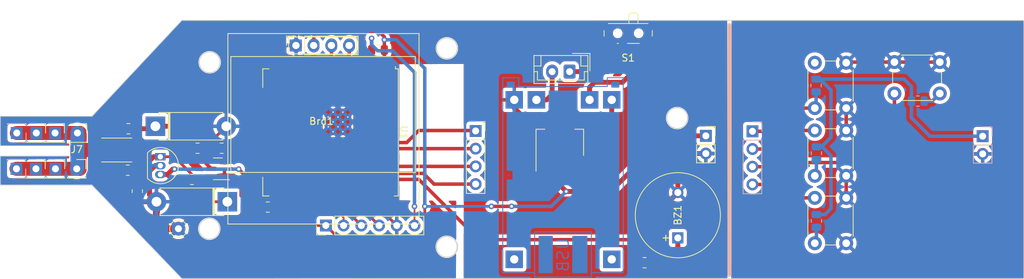
<source format=kicad_pcb>
(kicad_pcb (version 20221018) (generator pcbnew)
  (title_block (title "Control tool for car") (company "@Manyjack, @svdpfaf"))
  (layers (0 "F.Cu" signal) (31 "B.Cu" signal) (34 "B.Paste" user) (35 "F.Paste" user) (36 "B.SilkS" user "B.Silkscreen") (37 "F.SilkS" user "F.Silkscreen") (38 "B.Mask" user) (39 "F.Mask" user) (44 "Edge.Cuts" user))
  (net 0 "")
  (net 1 "GND")
  (net 2 "MC_REF")
  (net 3 "Key1")
  (net 4 "Key3")
  (net 5 "MC_D9")
  (net 6 "Key2")
  (net 7 "DSP_SDA")
  (net 8 "DSP_SCK")
  (net 9 "MC_A7")
  (net 10 "VCC")
  (net 11 "Net-(D1-K)")
  (net 12 "Net-(Q2-D)")
  (net 13 "ESP_IO0")
  (net 22 "Net-(BZ1-Pad1)")
  (net 30 "unconnected-(U1-IO2-Pad24)")
  (net 33 "ESP_RX")
  (net 34 "ESP_TX")
  (net 37 "SHUNT")
  (net 40 "Net-(S1-P)")
  (net 41 "Net-(BAT-CHARGE1-PadB-)")
  (net 42 "Key4")
  (net 43 "MK_BUZZ")
  (net 44 "ESP_RES")
  (net 45 "Net-(S1-O)")
  (footprint "Connector_JST:JST_EH_B2B-EH-A_1x02_P2.50mm_Vertical" (layer "F.Cu") (at 149.586 101.3412 180)
    (fp_text reference "J5" hide)
    (fp_text value "JST_02" hide)
  )
  (footprint "Connector_PinSocket_2.54mm:PinSocket_1x01_P2.54mm_Vertical" (layer "F.Cu") (at 79.0448 110.1344)
    (fp_text reference "J6" hide)
    (fp_text value "Conn_01x01_Pin" hide)
  )
  (footprint "Connector_PinSocket_2.54mm:PinSocket_1x01_P2.54mm_Vertical" (layer "F.Cu") (at 75.8952 115.2652)
    (fp_text reference "J16" hide)
    (fp_text value "Conn_01x01_Pin" hide)
  )
  (footprint "Connector_PinSocket_2.54mm:PinSocket_1x04_P2.54mm_Vertical" (layer "F.Cu") (at 136.1182 109.8396)
    (fp_text reference "J12" hide)
    (fp_text value "PINHD_1x4_Female" hide)
  )
  (footprint "Resistor_SMD:R_0805_2012Metric" (layer "F.Cu") (at 106.3244 120.7516 180)
    (fp_text reference "R11" hide)
    (fp_text value "10K" hide)
  )
  (footprint "Connector_PinSocket_2.54mm:PinSocket_1x01_P2.54mm_Vertical" (layer "F.Cu") (at 73.152 110.1344)
    (fp_text reference "J13" hide)
    (fp_text value "Conn_01x01_Pin" hide)
  )
  (footprint "Resistor_SMD:R_0805_2012Metric" (layer "F.Cu") (at 160.3267 128.7272 180)
    (fp_text reference "R14" hide)
    (fp_text value "380" hide)
  )
  (footprint "Diode_THT:D_5W_P10.16mm_Horizontal" (layer "F.Cu") (at 90.2208 109.1692)
    (fp_text reference "D2" hide)
    (fp_text value "3V3" hide)
  )
  (footprint "Resistor_SMD:R_0805_2012Metric" (layer "F.Cu") (at 96.2641 112.3188 180)
    (fp_text reference "R5" hide)
    (fp_text value "10K" hide)
  )
  (footprint "Package_TO_SOT_SMD:SOT-223-3_TabPin2" (layer "F.Cu") (at 148.184 111.5056 90)
    (fp_text reference "U3" hide)
    (fp_text value "AMS1117-3.3" hide)
  )
  (footprint "Button_Switch_THT:SW_PUSH_6mm_H4.3mm" (layer "F.Cu") (at 196.1388 99.9744)
    (fp_text reference "SW4" hide)
    (fp_text value "Push_Button" hide)
  )
  (footprint "RF_Module:ESP32-WROOM-32UE" (layer "F.Cu") (at 115.3204 110.0452 -90)
    (fp_text reference "U1")
    (fp_text value "ESP32-WROOM-32" hide)
  )
  (footprint "Package_TO_SOT_SMD:SOT-23" (layer "F.Cu") (at 99.1847 115.2652 180)
    (fp_text reference "Q2" hide)
    (fp_text value "AOT3400" hide)
  )
  (footprint "Resistor_SMD:R_0805_2012Metric" (layer "F.Cu") (at 86.36 109.5248 180)
    (fp_text reference "R6" hide)
    (fp_text value "100K" hide)
  )
  (footprint "Connector_PinSocket_2.54mm:PinSocket_1x01_P2.54mm_Vertical" (layer "F.Cu") (at 78.9432 115.2652)
    (fp_text reference "J7")
    (fp_text value "Conn_01x01_Pin" hide)
  )
  (footprint "Connector_PinSocket_2.54mm:PinSocket_1x01_P2.54mm_Vertical" (layer "F.Cu") (at 73.1012 115.2652)
    (fp_text reference "J15" hide)
    (fp_text value "Conn_01x01_Pin" hide)
  )
  (footprint "Resistor_SMD:R_2512_6332Metric" (layer "F.Cu") (at 84.6836 112.5728 180)
    (fp_text reference "R1" hide)
    (fp_text value "100" hide)
  )
  (footprint "Diode_THT:D_5W_P10.16mm_Horizontal" (layer "F.Cu") (at 100.5332 119.9896 180)
    (fp_text reference "D1" hide)
    (fp_text value "36V0" hide)
  )
  (footprint "Resistor_SMD:R_0805_2012Metric" (layer "F.Cu") (at 86.2584 115.4684 180)
    (fp_text reference "R2" hide)
    (fp_text value "5k" hide)
  )
  (footprint "Connector_PinSocket_2.54mm:PinSocket_1x04_P2.54mm_Vertical" (layer "F.Cu") (at 110.3376 97.5868 90)
    (fp_text reference "J9" hide)
    (fp_text value "PINHD_1x4_Female" hide)
  )
  (footprint "Resistor_SMD:R_0805_2012Metric" (layer "F.Cu") (at 95.4513 116.7892 180)
    (fp_text reference "R7" hide)
    (fp_text value "10K" hide)
  )
  (footprint "Connector_PinSocket_2.54mm:PinSocket_1x01_P2.54mm_Vertical" (layer "F.Cu") (at 75.8444 110.1344)
    (fp_text reference "J14" hide)
    (fp_text value "Conn_01x01_Pin" hide)
  )
  (footprint "Resistor_SMD:R_0805_2012Metric" (layer "F.Cu") (at 87.63 118.4656 90)
    (fp_text reference "R3" hide)
    (fp_text value "100K" hide)
  )
  (footprint "Connector_Pin:Pin_D1.0mm_L10.0mm" (layer "F.Cu") (at 93.5228 123.8504 180)
    (fp_text reference "J4" hide)
    (fp_text value "GROUND")
  )
  (footprint "Button_Switch_THT:SW_PUSH_6mm_H4.3mm" (layer "F.Cu") (at 189.23 100.0674 -90)
    (fp_text reference "SW1" hide)
    (fp_text value "Push_Button" hide)
  )
  (footprint "Package_TO_SOT_THT:TO-92_Inline" (layer "F.Cu") (at 90.932 113.538 -90)
    (fp_text reference "U2" hide)
    (fp_text value "TL431LP" hide)
  )
  (footprint "Connector_PinHeader_2.54mm:PinHeader_1x06_P2.54mm_Vertical" (layer "F.Cu") (at 114.6556 123.3932 90)
    (fp_text reference "J2" hide)
    (fp_text value "HW_PRG" hide)
  )
  (footprint "SSD1306-128x64:SSD1306" (layer "F.Cu") (at 114.0084 108.1868)
    (fp_text reference "Brd1")
    (fp_text value "SSD1306" hide)
  )
  (footprint "Button_Switch_THT:SW_PUSH_6mm_H4.3mm" (layer "F.Cu") (at 189.23 119.4332 -90)
    (fp_text reference "SW2" hide)
    (fp_text value "Push_Button" hide)
  )
  (footprint "Connector_PinSocket_2.54mm:PinSocket_1x02_P2.54mm_Vertical" (layer "F.Cu") (at 169.1132 110.5408)
    (fp_text reference "J10" hide)
    (fp_text value "PINHD_1x2_Female" hide)
  )
  (footprint "Resistor_SMD:R_0805_2012Metric" (layer "F.Cu") (at 122.1251 98.2472 180)
    (fp_text reference "R13" hide)
    (fp_text value "10K" hide)
  )
  (footprint "Buzzer_Beeper:MagneticBuzzer_ProSignal_ABT-410-RC" (layer "F.Cu") (at 165.1 125.1712 90)
    (fp_text reference "BZ1")
    (fp_text value "Buzzer_5V" hide)
  )
  (footprint "Button_Switch_SMD:SW_SPDT_PCM12" (layer "F.Cu") (at 157.9804 96.172 180)
    (fp_text reference "S1")
    (fp_text value "~")
  )
  (footprint "Button_Switch_THT:SW_PUSH_6mm_H4.3mm" (layer "F.Cu") (at 189.23 109.7702 -90)
    (fp_text reference "SW3" hide)
    (fp_text value "Push_Button" hide)
  )
  (footprint "Resistor_SMD:R_0805_2012Metric" (layer "F.Cu") (at 99.7204 112.3188 180)
    (fp_text reference "R4" hide)
    (fp_text value "50K" hide)
  )
  (footprint "Resistor_SMD:R_0805_2012Metric" (layer "B.Cu") (at 184.9628 122.7347 -90)
    (fp_text reference "R9" hide)
    (fp_text value "10K" hide)
  )
  (footprint "Connector_PinSocket_2.54mm:PinSocket_1x01_P2.54mm_Vertical" (layer "B.Cu") (at 70.358 110.1344)
    (fp_text reference "J1" hide)
    (fp_text value "Conn_01x01_Pin" hide)
  )
  (footprint "Connector_PinHeader_2.54mm:PinHeader_1x04_P2.54mm_Vertical" (layer "B.Cu") (at 175.793 109.8904 180)
    (fp_text reference "J11" hide)
    (fp_text value "PINHD_1x4_Male" hide)
  )
  (footprint "Connector_PinSocket_2.54mm:PinSocket_1x01_P2.54mm_Vertical" (layer "B.Cu") (at 70.3072 115.2652)
    (fp_text reference "J3" hide)
    (fp_text value "Conn_01x01_Pin" hide)
  )
  (footprint "Resistor_SMD:R_0805_2012Metric" (layer "B.Cu") (at 199.4916 105.5624)
    (fp_text reference "R12" hide)
    (fp_text value "10K" hide)
  )
  (footprint "Resistor_SMD:R_0805_2012Metric" (layer "B.Cu") (at 184.9628 113.03 -90)
    (fp_text reference "R10" hide)
    (fp_text value "10K" hide)
  )
  (footprint "Library-BAT-CHARG-TP4056:BATTERY-CHARGER-LI-PROT" (layer "B.Cu") (at 148.6408 116.1796 90)
    (fp_text reference "BAT-CHARGE1" hide)
    (fp_text value "~")
  )
  (footprint "Resistor_SMD:R_0805_2012Metric" (layer "B.Cu") (at 184.912 103.3272 -90)
    (fp_text reference "R8" hide)
    (fp_text value "10K" hide)
  )
  (footprint "Connector_PinHeader_2.54mm:PinHeader_1x02_P2.54mm_Vertical" (layer "B.Cu") (at 208.788 110.5916 180)
    (fp_text reference "J8" hide)
    (fp_text value "PINHD_1x2_Male" hide)
  )
  (gr_line (start 172.5 94.6404) (end 172.5 130.5052) (stroke (width 0.5)) (layer "B.SilkS"))
  (gr_line (start 172.5 94.6404) (end 172.5 130.5052) (stroke (width 0.5)) (layer "F.SilkS"))
  (gr_circle (center 97.9492 123.8608) (end 99.4692 123.8608) (stroke (width 0.2)) (fill none) (layer "Edge.Cuts"))
  (gr_line (start 78 113.4364) (end 68 113.4364) (stroke (width 0.1)) (layer "Edge.Cuts"))
  (gr_line (start 81.1276 117.602) (end 94 131) (stroke (width 0.1)) (layer "Edge.Cuts"))
  (gr_line (start 81.1276 107.7468) (end 94 94) (stroke (width 0.1)) (layer "Edge.Cuts"))
  (gr_circle (center 165 108) (end 166.52 108) (stroke (width 0.2)) (fill none) (layer "Edge.Cuts"))
  (gr_line (start 68 111.9632) (end 78 111.9632) (stroke (width 0.1)) (layer "Edge.Cuts"))
  (gr_line (start 94 94) (end 214.6808 94) (stroke (width 0.1)) (layer "Edge.Cuts"))
  (gr_circle (center 132 98) (end 133.52 98) (stroke (width 0.2)) (fill none) (layer "Edge.Cuts"))
  (gr_line (start 68 117.602) (end 81.1276 117.602) (stroke (width 0.1)) (layer "Edge.Cuts"))
  (gr_line (start 68 113.4364) (end 68 117.602) (stroke (width 0.1)) (layer "Edge.Cuts"))
  (gr_line (start 68 111.9632) (end 68 107.7468) (stroke (width 0.1)) (layer "Edge.Cuts"))
  (gr_line (start 214.6808 94) (end 214.6808 131) (stroke (width 0.1)) (layer "Edge.Cuts"))
  (gr_line (start 68 107.7468) (end 81.1276 107.7468) (stroke (width 0.1)) (layer "Edge.Cuts"))
  (gr_line (start 214.6808 131) (end 94 131) (stroke (width 0.1)) (layer "Edge.Cuts"))
  (gr_circle (center 131.9784 126.4412) (end 133.4984 126.4412) (stroke (width 0.2)) (fill none) (layer "Edge.Cuts"))
  (gr_line (start 78 111.9632) (end 78 113.4364) (stroke (width 0.1)) (layer "Edge.Cuts"))
  (gr_circle (center 98 100) (end 99.52 100) (stroke (width 0.2)) (fill none) (layer "Edge.Cuts"))
  (segment (start 150.484 114.6556) (end 150.484 112.9648) (width 0.7) (layer "F.Cu") (net 0))
  (segment (start 155.6258 107.823) (end 155.6258 105.3846) (width 0.7) (layer "F.Cu") (net 0))
  (segment (start 150.484 112.9648) (end 155.6258 107.823) (width 0.7) (layer "F.Cu") (net 0))
  (segment (start 90.3732 123.2408) (end 90.3732 119.9896) (width 1) (layer "F.Cu") (net 1))
  (segment (start 205.3336 111.4552) (end 207.01 113.1316) (width 0.5) (layer "F.Cu") (net 1))
  (segment (start 189.323 99.9744) (end 189.23 100.0674) (width 0.25) (layer "F.Cu") (net 1))
  (segment (start 90.932 114.808) (end 90.185675 114.808) (width 0.7) (layer "F.Cu") (net 1))
  (segment (start 148.4884 119.5832) (end 145.884 116.9788) (width 0.7) (layer "F.Cu") (net 1))
  (segment (start 90.9828 123.8504) (end 90.3732 123.2408) (width 1) (layer "F.Cu") (net 1))
  (segment (start 123.7304 122.308) (end 123.7304 118.7952) (width 0.4) (layer "F.Cu") (net 1))
  (segment (start 189.23 116.2702) (end 189.23 119.4332) (width 0.5) (layer "F.Cu") (net 1))
  (segment (start 145.884 116.9788) (end 145.884 114.6556) (width 0.7) (layer "F.Cu") (net 1))
  (segment (start 145.884 114.6556) (end 145.884 110.7812) (width 0.7) (layer "F.Cu") (net 1))
  (segment (start 207.01 113.1316) (end 208.788 113.1316) (width 0.5) (layer "F.Cu") (net 1))
  (segment (start 167.4368 113.0808) (end 165.1 115.4176) (width 0.7) (layer "F.Cu") (net 1))
  (segment (start 145.884 110.7812) (end 141.6558 106.553) (width 0.7) (layer "F.Cu") (net 1))
  (segment (start 89.385788 119.002188) (end 90.3732 119.9896) (width 0.7) (layer "F.Cu") (net 1))
  (segment (start 164.188 119.5832) (end 148.4884 119.5832) (width 0.7) (layer "F.Cu") (net 1))
  (segment (start 196.0458 100.0674) (end 196.1388 99.9744) (width 0.25) (layer "F.Cu") (net 1))
  (segment (start 196.1388 99.9744) (end 189.323 99.9744) (width 0.5) (layer "F.Cu") (net 1))
  (segment (start 97.4814 112.1156) (end 96.9734 112.6236) (width 0.25) (layer "F.Cu") (net 1))
  (segment (start 189.2029 106.5682) (end 189.2021 106.5674) (width 0.25) (layer "F.Cu") (net 1))
  (segment (start 124.8156 123.3932) (end 123.7304 122.308) (width 0.4) (layer "F.Cu") (net 1))
  (segment (start 169.1132 113.0808) (end 167.4368 113.0808) (width 0.7) (layer "F.Cu") (net 1))
  (segment (start 202.6388 99.9744) (end 205.3336 102.6692) (width 0.5) (layer "F.Cu") (net 1))
  (segment (start 89.385788 115.607887) (end 89.385788 119.002188) (width 0.7) (layer "F.Cu") (net 1))
  (segment (start 165.1 115.4176) (end 165.1 118.6712) (width 0.7) (layer "F.Cu") (net 1))
  (segment (start 189.23 106.5674) (end 189.23 109.7702) (width 0.5) (layer "F.Cu") (net 1))
  (segment (start 90.185675 114.808) (end 89.385788 115.607887) (width 0.7) (layer "F.Cu") (net 1))
  (segment (start 98.8079 110.7421) (end 100.3808 109.1692) (width 0.4) (layer "F.Cu") (net 1))
  (segment (start 88.2415 119.9896) (end 87.63 119.3781) (width 0.7) (layer "F.Cu") (net 1))
  (segment (start 98.8079 112.3188) (end 97.1766 112.3188) (width 0.7) (layer "F.Cu") (net 1))
  (segment (start 98.8079 112.3188) (end 98.8079 110.7421) (width 0.4) (layer "F.Cu") (net 1))
  (segment (start 93.5228 123.8504) (end 90.9828 123.8504) (width 1) (layer "F.Cu") (net 1))
  (segment (start 141.6558 106.553) (end 141.6558 105.3846) (width 0.7) (layer "F.Cu") (net 1))
  (segment (start 196.1388 99.9744) (end 202.6388 99.9744) (width 0.5) (layer "F.Cu") (net 1))
  (segment (start 90.3732 119.9896) (end 88.2415 119.9896) (width 0.7) (layer "F.Cu") (net 1))
  (segment (start 205.3336 102.6692) (end 205.3336 111.4552) (width 0.5) (layer "F.Cu") (net 1))
  (segment (start 165.1 118.6712) (end 164.188 119.5832) (width 0.7) (layer "F.Cu") (net 1))
  (segment (start 102.1588 115.316) (end 104.1908 117.348) (width 0.5) (layer "F.Cu") (net 2))
  (segment (start 92.964 115.316) (end 93.0148 115.316) (width 0.7) (layer "F.Cu") (net 2))
  (segment (start 90.932 116.078) (end 91.948 116.078) (width 0.7) (layer "F.Cu") (net 2))
  (segment (start 108.1532 117.348) (end 108.4904 117.6852) (width 0.5) (layer "F.Cu") (net 2))
  (segment (start 91.948 116.078) (end 92.6592 116.7892) (width 0.7) (layer "F.Cu") (net 2))
  (segment (start 104.1908 117.348) (end 108.1532 117.348) (width 0.5) (layer "F.Cu") (net 2))
  (segment (start 92.6592 116.7892) (end 94.5388 116.7892) (width 0.7) (layer "F.Cu") (net 2))
  (segment (start 92.71 115.316) (end 92.964 115.316) (width 0.7) (layer "F.Cu") (net 2))
  (segment (start 91.948 116.078) (end 92.71 115.316) (width 0.7) (layer "F.Cu") (net 2))
  (segment (start 108.4904 117.6852) (end 108.4904 118.7952) (width 0.5) (layer "F.Cu") (net 2))
  (via (at 102.1588 115.316) (size 0.8) (drill 0.4) (layers "F.Cu" "B.Cu") (net 2))
  (via (at 92.964 115.316) (size 0.8) (drill 0.4) (layers "F.Cu" "B.Cu") (net 2))
  (segment (start 92.964 115.316) (end 102.1588 115.316) (width 0.5) (layer "B.Cu") (net 2))
  (segment (start 126.238 111.506) (end 127.9652 109.7788) (width 0.5) (layer "F.Cu") (net 3))
  (segment (start 127.9652 109.7788) (end 136.0574 109.7788) (width 0.5) (layer "F.Cu") (net 3))
  (segment (start 179.1108 109.8904) (end 182.4338 106.5674) (width 0.5) (layer "F.Cu") (net 3))
  (segment (start 182.4338 106.5674) (end 184.73 106.5674) (width 0.5) (layer "F.Cu") (net 3))
  (segment (start 115.2652 111.506) (end 126.238 111.506) (width 0.5) (layer "F.Cu") (net 3))
  (segment (start 175.793 109.8904) (end 179.1108 109.8904) (width 0.5) (layer "F.Cu") (net 3))
  (segment (start 109.7604 118.7952) (end 109.7604 117.0108) (width 0.5) (layer "F.Cu") (net 3))
  (segment (start 109.7604 117.0108) (end 115.2652 111.506) (width 0.5) (layer "F.Cu") (net 3))
  (segment (start 136.0574 109.7788) (end 136.1182 109.8396) (width 0.5) (layer "F.Cu") (net 3))
  (segment (start 184.912 104.2397) (end 184.912 106.3854) (width 0.5) (layer "B.Cu") (net 3))
  (segment (start 184.912 106.3854) (end 184.73 106.5674) (width 0.25) (layer "B.Cu") (net 3))
  (segment (start 128.6256 115.9256) (end 130.1596 117.4596) (width 0.5) (layer "F.Cu") (net 4))
  (segment (start 179.6896 117.5104) (end 175.793 117.5104) (width 0.5) (layer "F.Cu") (net 4))
  (segment (start 114.8404 118.0776) (end 116.9924 115.9256) (width 0.5) (layer "F.Cu") (net 4))
  (segment (start 114.8404 118.7952) (end 114.8404 118.0776) (width 0.5) (layer "F.Cu") (net 4))
  (segment (start 184.73 119.4332) (end 181.6124 119.4332) (width 0.5) (layer "F.Cu") (net 4))
  (segment (start 116.9924 115.9256) (end 128.6256 115.9256) (width 0.5) (layer "F.Cu") (net 4))
  (segment (start 130.1596 117.4596) (end 136.1182 117.4596) (width 0.5) (layer "F.Cu") (net 4))
  (segment (start 181.6124 119.4332) (end 179.6896 117.5104) (width 0.5) (layer "F.Cu") (net 4))
  (segment (start 184.9628 125.7004) (end 184.73 125.9332) (width 0.25) (layer "B.Cu") (net 4))
  (segment (start 184.9628 123.6472) (end 184.9628 125.7004) (width 0.5) (layer "B.Cu") (net 4))
  (segment (start 103.0732 106.3752) (end 103.8482 105.6002) (width 0.7) (layer "F.Cu") (net 5))
  (segment (start 100.1222 112.8295) (end 100.6329 112.3188) (width 0.7) (layer "F.Cu") (net 5))
  (segment (start 103.8482 105.6002) (end 105.9704 105.6002) (width 0.7) (layer "F.Cu") (net 5))
  (segment (start 100.1222 114.3152) (end 100.1222 112.8295) (width 0.7) (layer "F.Cu") (net 5))
  (segment (start 100.6329 112.3188) (end 101.1428 112.3188) (width 0.7) (layer "F.Cu") (net 5))
  (segment (start 103.0732 110.3884) (end 103.0732 106.3752) (width 0.7) (layer "F.Cu") (net 5))
  (segment (start 101.1428 112.3188) (end 103.0732 110.3884) (width 0.7) (layer "F.Cu") (net 5))
  (segment (start 182.1774 109.7702) (end 179.5172 112.4304) (width 0.5) (layer "F.Cu") (net 6))
  (segment (start 116.4236 112.3796) (end 136.1182 112.3796) (width 0.5) (layer "F.Cu") (net 6))
  (segment (start 179.5172 112.4304) (end 175.793 112.4304) (width 0.5) (layer "F.Cu") (net 6))
  (segment (start 184.73 109.7702) (end 182.1774 109.7702) (width 0.5) (layer "F.Cu") (net 6))
  (segment (start 111.0304 118.7952) (end 111.0304 117.7728) (width 0.5) (layer "F.Cu") (net 6))
  (segment (start 111.0304 117.7728) (end 116.4236 112.3796) (width 0.5) (layer "F.Cu") (net 6))
  (segment (start 184.9628 116.0374) (end 184.73 116.2702) (width 0.25) (layer "B.Cu") (net 6))
  (segment (start 184.9628 113.9425) (end 184.9628 116.0374) (width 0.5) (layer "B.Cu") (net 6))
  (segment (start 111.0304 100.5452) (end 111.4804 100.0952) (width 0.5) (layer "F.Cu") (net 7))
  (segment (start 116.8208 100.0952) (end 112.2304 100.0952) (width 0.5) (layer "F.Cu") (net 7))
  (segment (start 111.4804 100.0952) (end 112.2304 100.0952) (width 0.5) (layer "F.Cu") (net 7))
  (segment (start 118.0084 97.5868) (end 118.0084 98.9076) (width 0.5) (layer "F.Cu") (net 7))
  (segment (start 118.0084 98.9076) (end 116.8208 100.0952) (width 0.5) (layer "F.Cu") (net 7))
  (segment (start 111.0304 101.2952) (end 111.0304 100.5452) (width 0.5) (layer "F.Cu") (net 7))
  (segment (start 115.4684 97.5868) (end 115.4684 99.2124) (width 0.5) (layer "F.Cu") (net 8))
  (segment (start 110.6932 99.2124) (end 109.7604 100.1452) (width 0.5) (layer "F.Cu") (net 8))
  (segment (start 109.7604 100.1452) (end 109.7604 101.2952) (width 0.5) (layer "F.Cu") (net 8))
  (segment (start 115.4684 99.2124) (end 110.6932 99.2124) (width 0.5) (layer "F.Cu") (net 8))
  (segment (start 87.2725 109.5248) (end 89.8652 109.5248) (width 0.7) (layer "F.Cu") (net 9))
  (segment (start 95.3516 112.3188) (end 95.3516 109.22) (width 0.5) (layer "F.Cu") (net 9))
  (segment (start 92.202 109.1692) (end 95.1484 112.1156) (width 0.7) (layer "F.Cu") (net 9))
  (segment (start 107.2204 99.5496) (end 107.2204 101.2952) (width 0.5) (layer "F.Cu") (net 9))
  (segment (start 106.934 99.2632) (end 107.2204 99.5496) (width 0.5) (layer "F.Cu") (net 9))
  (segment (start 105.3084 99.2632) (end 106.934 99.2632) (width 0.5) (layer "F.Cu") (net 9))
  (segment (start 95.3516 109.22) (end 105.3084 99.2632) (width 0.5) (layer "F.Cu") (net 9))
  (segment (start 89.8652 109.5248) (end 90.2208 109.1692) (width 0.25) (layer "F.Cu") (net 9))
  (segment (start 90.2208 109.1692) (end 92.202 109.1692) (width 0.7) (layer "F.Cu") (net 9))
  (segment (start 95.1484 112.1156) (end 95.1484 112.6236) (width 0.7) (layer "F.Cu") (net 9))
  (segment (start 102.4636 119.126) (end 102.4636 118.1608) (width 0.4) (layer "F.Cu") (net 10))
  (segment (start 116.2812 125.0188) (end 128.016 125.0188) (width 0.4) (layer "F.Cu") (net 10))
  (segment (start 155.448 118.5164) (end 149.098 118.5164) (width 0.7) (layer "F.Cu") (net 10))
  (segment (start 105.4119 120.7516) (end 105.4119 122.0743) (width 0.5) (layer "F.Cu") (net 10))
  (segment (start 123.0376 96.3676) (end 123.0376 96.774) (width 0.5) (layer "F.Cu") (net 10))
  (segment (start 128.8288 124.206) (end 128.8288 120.65) (width 0.4) (layer "F.Cu") (net 10))
  (segment (start 97.1258 117.5512) (end 101.854 117.5512) (width 0.4) (layer "F.Cu") (net 10))
  (segment (start 112.9284 97.5868) (end 112.9284 96.266) (width 0.5) (layer "F.Cu") (net 10))
  (segment (start 101.854 117.5512) (end 102.4636 118.1608) (width 0.4) (layer "F.Cu") (net 10))
  (segment (start 169.1132 110.5408) (end 163.4236 110.5408) (width 0.7) (layer "F.Cu") (net 10))
  (segment (start 148.184 117.6024) (end 148.184 114.6556) (width 0.7) (layer "F.Cu") (net 10))
  (segment (start 105.4354 122.0978) (end 102.4636 119.126) (width 0.4) (layer "F.Cu") (net 10))
  (segment (start 128.016 125.0188) (end 128.8288 124.206) (width 0.4) (layer "F.Cu") (net 10))
  (segment (start 163.4236 110.5408) (end 155.448 118.5164) (width 0.7) (layer "F.Cu") (net 10))
  (segment (start 149.098 118.5164) (end 148.184 117.6024) (width 0.7) (layer "F.Cu") (net 10))
  (segment (start 122.4604 100.0436) (end 122.4604 101.2952) (width 0.5) (layer "F.Cu") (net 10))
  (segment (start 138.3792 120.65) (end 141.2748 120.65) (width 0.5) (layer "F.Cu") (net 10))
  (segment (start 105.4119 122.0743) (end 105.4354 122.0978) (width 0.25) (layer "F.Cu") (net 10))
  (segment (start 112.9284 96.266) (end 113.6396 95.5548) (width 0.5) (layer "F.Cu") (net 10))
  (segment (start 114.6556 123.3932) (end 116.2812 125.0188) (width 0.4) (layer "F.Cu") (net 10))
  (segment (start 113.6396 95.5548) (end 122.2248 95.5548) (width 0.5) (layer "F.Cu") (net 10))
  (segment (start 123.0376 99.4664) (end 122.4604 100.0436) (width 0.5) (layer "F.Cu") (net 10))
  (segment (start 122.2248 95.5548) (end 123.0376 96.3676) (width 0.5) (layer "F.Cu") (net 10))
  (segment (start 96.3638 116.7892) (end 97.1258 117.5512) (width 0.4) (layer "F.Cu") (net 10))
  (segment (start 148.184 114.6556) (end 148.184 108.3556) (width 1) (layer "F.Cu") (net 10))
  (segment (start 114.6556 123.3932) (end 106.7308 123.3932) (width 0.4) (layer "F.Cu") (net 10))
  (segment (start 123.0376 98.2472) (end 123.0376 99.4664) (width 0.5) (layer "F.Cu") (net 10))
  (segment (start 123.0376 96.774) (end 123.0376 98.2472) (width 0.5) (layer "F.Cu") (net 10))
  (segment (start 106.7308 123.3932) (end 105.4354 122.0978) (width 0.4) (layer "F.Cu") (net 10))
  (via (at 138.3792 120.65) (size 0.8) (drill 0.4) (layers "F.Cu" "B.Cu") (net 10))
  (via (at 141.2748 120.65) (size 0.8) (drill 0.4) (layers "F.Cu" "B.Cu") (net 10))
  (via (at 128.8288 120.65) (size 0.8) (drill 0.4) (layers "F.Cu" "B.Cu") (net 10))
  (via (at 123.0376 96.774) (size 0.8) (drill 0.4) (layers "F.Cu" "B.Cu") (net 10))
  (via (at 149.098 118.5164) (size 0.8) (drill 0.4) (layers "F.Cu" "B.Cu") (net 10))
  (segment (start 128.8288 100.8888) (end 128.8288 120.65) (width 0.5) (layer "B.Cu") (net 10))
  (segment (start 187.0456 120.9548) (end 187.0456 113.3856) (width 0.5) (layer "B.Cu") (net 10))
  (segment (start 185.4727 102.4147) (end 184.912 102.4147) (width 0.5) (layer "B.Cu") (net 10))
  (segment (start 184.9628 121.8222) (end 186.1782 121.8222) (width 0.5) (layer "B.Cu") (net 10))
  (segment (start 198.5791 103.4815) (end 198.5791 105.5624) (width 0.5) (layer "B.Cu") (net 10))
  (segment (start 184.912 102.4147) (end 197.5123 102.4147) (width 0.5) (layer "B.Cu") (net 10))
  (segment (start 124.714 96.774) (end 128.8288 100.8888) (width 0.5) (layer "B.Cu") (net 10))
  (segment (start 146.9644 120.65) (end 141.2748 120.65) (width 0.5) (layer "B.Cu") (net 10))
  (segment (start 197.5123 102.4147) (end 198.5791 103.4815) (width 0.5) (layer "B.Cu") (net 10))
  (segment (start 201.2188 110.5916) (end 208.788 110.5916) (width 0.5) (layer "B.Cu") (net 10))
  (segment (start 187.0456 110.744) (end 187.0456 103.9876) (width 0.5) (layer "B.Cu") (net 10))
  (segment (start 185.6721 112.1175) (end 187.0456 110.744) (width 0.5) (layer "B.Cu") (net 10))
  (segment (start 186.1782 121.8222) (end 187.0456 120.9548) (width 0.5) (layer "B.Cu") (net 10))
  (segment (start 128.8288 120.65) (end 138.3792 120.65) (width 0.4) (layer "B.Cu") (net 10))
  (segment (start 198.5791 107.9519) (end 201.2188 110.5916) (width 0.5) (layer "B.Cu") (net 10))
  (segment (start 187.0456 103.9876) (end 185.4727 102.4147) (width 0.5) (layer "B.Cu") (net 10))
  (segment (start 123.0376 96.774) (end 124.714 96.774) (width 0.5) (layer "B.Cu") (net 10))
  (segment (start 149.098 118.5164) (end 146.9644 120.65) (width 0.5) (layer "B.Cu") (net 10))
  (segment (start 184.9628 112.1175) (end 185.6721 112.1175) (width 0.5) (layer "B.Cu") (net 10))
  (segment (start 187.0456 113.3856) (end 185.7775 112.1175) (width 0.5) (layer "B.Cu") (net 10))
  (segment (start 185.7775 112.1175) (end 184.9628 112.1175) (width 0.5) (layer "B.Cu") (net 10))
  (segment (start 198.5791 105.5624) (end 198.5791 107.9519) (width 0.5) (layer "B.Cu") (net 10))
  (segment (start 95.4513 116.06996) (end 95.4513 118.5653) (width 0.35) (layer "F.Cu") (net 11))
  (segment (start 92.91934 113.538) (end 95.4513 116.06996) (width 0.4) (layer "F.Cu") (net 11))
  (segment (start 87.1709 115.4684) (end 88.024972 115.4684) (width 0.7) (layer "F.Cu") (net 11))
  (segment (start 87.63 117.5531) (end 87.63 115.9275) (width 0.7) (layer "F.Cu") (net 11))
  (segment (start 90.932 113.538) (end 92.91934 113.538) (width 0.4) (layer "F.Cu") (net 11))
  (segment (start 87.63 115.9275) (end 87.1709 115.4684) (width 0.7) (layer "F.Cu") (net 11))
  (segment (start 89.955372 113.538) (end 90.932 113.538) (width 0.7) (layer "F.Cu") (net 11))
  (segment (start 95.4513 118.5653) (end 96.8756 119.9896) (width 0.4) (layer "F.Cu") (net 11))
  (segment (start 96.8756 119.9896) (end 100.5332 119.9896) (width 0.4) (layer "F.Cu") (net 11))
  (segment (start 88.024972 115.4684) (end 89.955372 113.538) (width 0.7) (layer "F.Cu") (net 11))
  (segment (start 92.9132 111.8616) (end 88.7129 111.8616) (width 0.5) (layer "F.Cu") (net 12))
  (segment (start 96.7232 113.7412) (end 94.7928 113.7412) (width 0.5) (layer "F.Cu") (net 12))
  (segment (start 98.2472 115.2652) (end 96.7232 113.7412) (width 0.5) (layer "F.Cu") (net 12))
  (segment (start 88.7129 111.8616) (end 88.0017 112.5728) (width 0.5) (layer "F.Cu") (net 12))
  (segment (start 94.7928 113.7412) (end 92.9132 111.8616) (width 0.5) (layer "F.Cu") (net 12))
  (segment (start 108.0497 121.5644) (end 107.2369 120.7516) (width 0.25) (layer "F.Cu") (net 13))
  (segment (start 116.4844 121.5644) (end 108.0497 121.5644) (width 0.25) (layer "F.Cu") (net 13))
  (segment (start 117.1956 123.3932) (end 117.1956 122.2756) (width 0.25) (layer "F.Cu") (net 13))
  (segment (start 107.2369 118.8117) (end 107.2204 118.7952) (width 0.25) (layer "F.Cu") (net 13))
  (segment (start 106.9886 118.5634) (end 107.2204 118.7952) (width 0.25) (layer "F.Cu") (net 13))
  (segment (start 107.2369 120.7516) (end 107.2369 118.8117) (width 0.5) (layer "F.Cu") (net 13))
  (segment (start 117.1956 122.2756) (end 116.4844 121.5644) (width 0.25) (layer "F.Cu") (net 13))
  (segment (start 161.2392 128.7272) (end 162.9156 128.7272) (width 0.7) (layer "F.Cu") (net 22))
  (segment (start 165.1 126.5428) (end 165.1 125.1712) (width 0.7) (layer "F.Cu") (net 22))
  (segment (start 162.9156 128.7272) (end 165.1 126.5428) (width 0.7) (layer "F.Cu") (net 22))
  (segment (start 105.9704 115.7602) (end 105.7294 115.5192) (width 0.5) (layer "F.Cu") (net 30))
  (segment (start 118.6504 122.308) (end 118.6504 118.7952) (width 0.4) (layer "F.Cu") (net 33))
  (segment (start 119.7356 123.3932) (end 118.6504 122.308) (width 0.4) (layer "F.Cu") (net 33))
  (segment (start 122.2756 123.3932) (end 119.9204 121.038) (width 0.4) (layer "F.Cu") (net 34))
  (segment (start 119.7356 118.98) (end 119.9204 118.7952) (width 0.25) (layer "F.Cu") (net 34))
  (segment (start 119.9204 121.038) (end 119.9204 118.7952) (width 0.4) (layer "F.Cu") (net 34))
  (segment (start 79.3808 110.1094) (end 79.3808 112.6744) (width 2) (layer "F.Cu") (net 37))
  (segment (start 70.358 110.1344) (end 79.0448 110.1344) (width 2) (layer "F.Cu") (net 37))
  (segment (start 82.4992 109.5248) (end 82.0767 109.9473) (width 1) (layer "F.Cu") (net 37))
  (segment (start 82.0767 109.9473) (end 82.0767 112.5728) (width 1) (layer "F.Cu") (net 37))
  (segment (start 79.3808 112.6744) (end 79.3808 115.291) (width 2) (layer "F.Cu") (net 37))
  (segment (start 82.0767 114.6395) (end 82.9056 115.4684) (width 1) (layer "F.Cu") (net 37))
  (segment (start 82.9056 115.4684) (end 85.3459 115.4684) (width 1) (layer "F.Cu") (net 37))
  (segment (start 82.0767 112.5728) (end 82.0767 114.6395) (width 1) (layer "F.Cu") (net 37))
  (segment (start 85.4475 109.5248) (end 82.4992 109.5248) (width 1) (layer "F.Cu") (net 37))
  (segment (start 70.3072 115.2652) (end 78.9432 115.2652) (width 2) (layer "F.Cu") (net 37))
  (segment (start 79.4824 112.5728) (end 82.0767 112.5728) (width 2) (layer "F.Cu") (net 37))
  (segment (start 79.3808 112.6744) (end 79.4824 112.5728) (width 2) (layer "F.Cu") (net 37))
  (segment (start 78.9432 115.2652) (end 79.0448 115.1636) (width 2) (layer "B.Cu") (net 37))
  (segment (start 79.0448 115.1636) (end 79.0448 110.1344) (width 2) (layer "B.Cu") (net 37))
  (segment (start 155.0972 101.3412) (end 157.226 99.2124) (width 0.7) (layer "F.Cu") (net 40))
  (segment (start 157.2304 98.8016) (end 157.2304 97.602) (width 0.7) (layer "F.Cu") (net 40))
  (segment (start 157.226 98.806) (end 157.2304 98.8016) (width 0.7) (layer "F.Cu") (net 40))
  (segment (start 149.586 101.3412) (end 155.0972 101.3412) (width 0.7) (layer "F.Cu") (net 40))
  (segment (start 157.226 99.2124) (end 157.226 98.806) (width 0.7) (layer "F.Cu") (net 40))
  (segment (start 147.086 104.5772) (end 146.2786 105.3846) (width 0.7) (layer "F.Cu") (net 41))
  (segment (start 147.086 101.3412) (end 147.086 104.5772) (width 0.7) (layer "F.Cu") (net 41))
  (segment (start 146.2786 105.3846) (end 144.8308 105.3846) (width 0.7) (layer "F.Cu") (net 41))
  (segment (start 113.5704 117.468) (end 116.1188 114.9196) (width 0.5) (layer "F.Cu") (net 42))
  (segment (start 196.1388 107.7976) (end 196.1388 104.4744) (width 0.5) (layer "F.Cu") (net 42))
  (segment (start 175.793 114.9704) (end 178.044 114.9704) (width 0.5) (layer "F.Cu") (net 42))
  (segment (start 113.5704 118.7952) (end 113.5704 117.468) (width 0.5) (layer "F.Cu") (net 42))
  (segment (start 189.564568 114.371832) (end 196.1388 107.7976) (width 0.5) (layer "F.Cu") (net 42))
  (segment (start 178.044 114.9704) (end 178.642568 114.371832) (width 0.5) (layer "F.Cu") (net 42))
  (segment (start 178.642568 114.371832) (end 189.564568 114.371832) (width 0.5) (layer "F.Cu") (net 42))
  (segment (start 116.1188 114.9196) (end 136.1182 114.9196) (width 0.5) (layer "F.Cu") (net 42))
  (segment (start 200.4041 105.5624) (end 201.5508 105.5624) (width 0.5) (layer "B.Cu") (net 42))
  (segment (start 201.5508 105.5624) (end 202.6388 104.4744) (width 0.5) (layer "B.Cu") (net 42))
  (segment (start 158.0896 125.4252) (end 159.4142 126.7498) (width 0.5) (layer "F.Cu") (net 43))
  (segment (start 159.4142 126.7498) (end 159.4142 128.7272) (width 0.5) (layer "F.Cu") (net 43))
  (segment (start 117.3804 118.7952) (end 117.3804 118.0452) (width 0.5) (layer "F.Cu") (net 43))
  (segment (start 127.9652 116.7892) (end 136.6012 125.4252) (width 0.5) (layer "F.Cu") (net 43))
  (segment (start 117.3804 118.0452) (end 118.6364 116.7892) (width 0.5) (layer "F.Cu") (net 43))
  (segment (start 136.6012 125.4252) (end 158.0896 125.4252) (width 0.5) (layer "F.Cu") (net 43))
  (segment (start 118.6364 116.7892) (end 127.9652 116.7892) (width 0.5) (layer "F.Cu") (net 43))
  (segment (start 127.3556 120.65) (end 127.3556 123.3932) (width 0.25) (layer "F.Cu") (net 44))
  (segment (start 121.2126 96.567) (end 121.2126 96.5238) (width 0.5) (layer "F.Cu") (net 44))
  (segment (start 121.2126 96.5238) (end 121.2088 96.52) (width 0.5) (layer "F.Cu") (net 44))
  (segment (start 121.2126 98.2472) (end 121.2126 101.273) (width 0.5) (layer "F.Cu") (net 44))
  (segment (start 121.2126 101.273) (end 121.1904 101.2952) (width 0.5) (layer "F.Cu") (net 44))
  (segment (start 121.2126 96.5746) (end 121.2088 96.5708) (width 0.5) (layer "F.Cu") (net 44))
  (segment (start 121.2126 98.2472) (end 121.2126 96.5746) (width 0.5) (layer "F.Cu") (net 44))
  (segment (start 121.2088 96.5708) (end 121.2126 96.567) (width 0.5) (layer "F.Cu") (net 44))
  (via (at 121.2088 96.5708) (size 0.8) (drill 0.4) (layers "F.Cu" "B.Cu") (net 44))
  (via (at 127.3556 120.65) (size 0.8) (drill 0.4) (layers "F.Cu" "B.Cu") (net 44))
  (segment (start 122.0724 98.3488) (end 124.2568 98.3488) (width 0.5) (layer "B.Cu") (net 44))
  (segment (start 127.3556 101.4476) (end 127.3556 120.65) (width 0.5) (layer "B.Cu") (net 44))
  (segment (start 121.2088 97.4852) (end 122.0724 98.3488) (width 0.5) (layer "B.Cu") (net 44))
  (segment (start 124.2568 98.3488) (end 127.3556 101.4476) (width 0.5) (layer "B.Cu") (net 44))
  (segment (start 121.2088 96.5708) (end 121.2088 97.4852) (width 0.5) (layer "B.Cu") (net 44))
  (segment (start 152.4508 103.5812) (end 153.162 102.87) (width 0.7) (layer "F.Cu") (net 45))
  (segment (start 152.4508 105.3846) (end 152.4508 103.5812) (width 0.7) (layer "F.Cu") (net 45))
  (segment (start 157.1752 102.87) (end 160.2304 99.8148) (width 0.7) (layer "F.Cu") (net 45))
  (segment (start 153.162 102.87) (end 157.1752 102.87) (width 0.7) (layer "F.Cu") (net 45))
  (segment (start 160.2304 99.8148) (end 160.2304 97.602) (width 0.7) (layer "F.Cu") (net 45))
  (zone (net 1) (net_name "GND") (layers "F&B.Cu") (priority 1) (connect_pads (clearance 0.5)) (min_thickness 0.25) (fill yes (thermal_gap 0.5) (thermal_bridge_width 0.5) (smoothing fillet) (island_removal_mode 1) (island_area_min 10))
    (polygon (pts (xy 172.8216 94.0308) (xy 214.63 94.0308) (xy 214.63 131.0132) (xy 172.7708 131.0132)))
  )
  (zone (net 1) (net_name "GND") (layers "F&B.Cu") (connect_pads (clearance 0.5)) (min_thickness 0.25) (fill yes (thermal_gap 0.5) (thermal_bridge_width 0.5) (smoothing fillet) (island_removal_mode 1) (island_area_min 10))
    (polygon (pts (xy 94.0308 131.0132) (xy 81.1276 117.602) (xy 68.0212 117.5512) (xy 68.0212 113.4364) (xy 77.978 113.3856) (xy 77.978 111.9632) (xy 68.0212 111.9632) (xy 68.0212 107.7468) (xy 81.1276 107.7468) (xy 93.98 94.0308) (xy 172.1612 93.9292) (xy 172.212 130.9624) (xy 134.4168 130.9624) (xy 134.4168 100.2284) (xy 125.1712 100.2792) (xy 125.1712 119.7864) (xy 133.35 119.8372) (xy 133.2992 130.9624)))
  )
)
</source>
